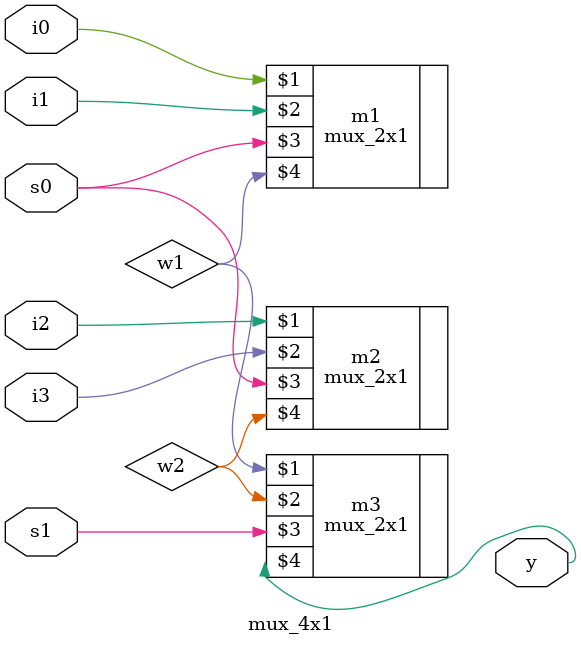
<source format=v>
module mux_4x1(i0,i1,i2,i3,s1,s0,y); 
input i0,i1,i2,i3; 
input s0,s1; 
output y; 
 
wire w1,w2; 
 
mux_2x1 m1(i0,i1,s0,w1); 
mux_2x1 m2(i2,i3,s0,w2); 
mux_2x1 m3(w1,w2,s1,y); 
 
endmodule 

</source>
